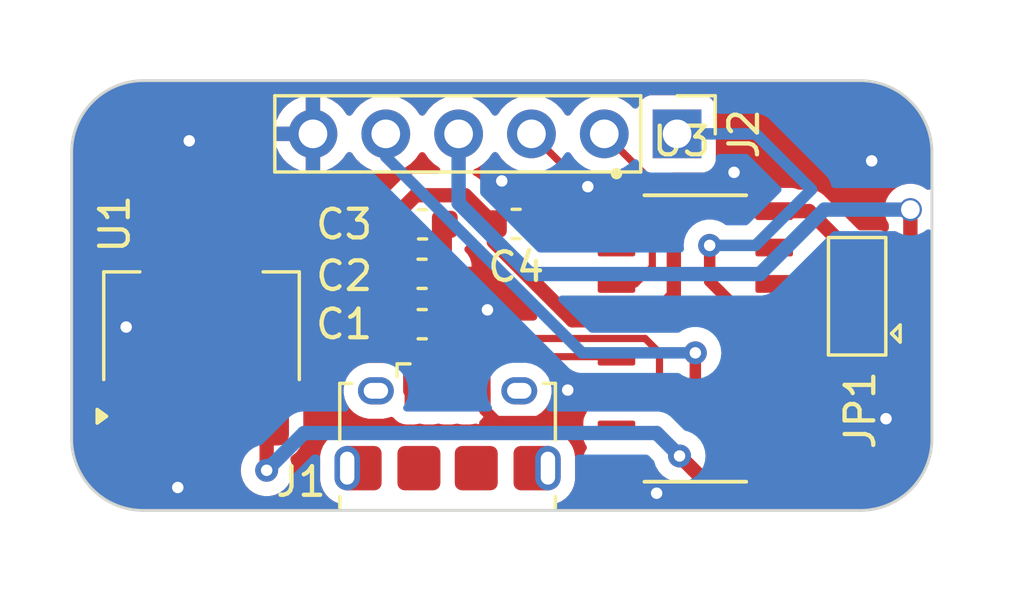
<source format=kicad_pcb>
(kicad_pcb (version 20240108) (generator "pcbnew") (generator_version "8.0")
  (layers (0 "F.Cu" signal) (31 "B.Cu" signal) (34 "B.Paste" user) (35 "F.Paste" user) (36 "B.SilkS" user "B.Silkscreen") (37 "F.SilkS" user "F.Silkscreen") (38 "B.Mask" user) (39 "F.Mask" user) (44 "Edge.Cuts" user))
  (net 0 "")
  (net 1 "GND")
  (net 2 "+5V")
  (net 3 "+3V3")
  (net 6 "D+")
  (net 7 "D-")
  (net 8 "TX-PROG")
  (net 9 "DTR")
  (net 10 "CTS")
  (net 11 "Net-(J2-Pin_4)")
  (net 12 "RX-PROG")
  (footprint "Capacitor_SMD:C_0603_1608Metric" (layer "F.Cu") (at 97.237474 62.515309)
    (property "Reference" "C3" (at -2.737474 0 0) (layer "F.SilkS"))
    (property "Value" "C")
    (fp_line (start -0.14058 -0.51) (end 0.14058 -0.51) (stroke (width 0.12)) (layer "F.SilkS"))
    (fp_line (start -0.14058 0.51) (end 0.14058 0.51) (stroke (width 0.12)) (layer "F.SilkS"))
    (pad "1" smd roundrect (at -0.775 0) (size 0.9 0.95) (layers "F.Cu" "F.Paste" "F.Mask") (net 3 "+3V3"))
    (pad "2" smd roundrect (at 0.775 0) (size 0.9 0.95) (layers "F.Cu" "F.Paste" "F.Mask") (net 1 "GND"))
  )
  (footprint "Capacitor_SMD:C_0603_1608Metric" (layer "F.Cu") (at 100.5 62.5)
    (property "Reference" "C4" (at 0 1.5 0) (layer "F.SilkS"))
    (property "Value" "C")
    (fp_line (start -0.14058 -0.51) (end 0.14058 -0.51) (stroke (width 0.12)) (layer "F.SilkS"))
    (fp_line (start -0.14058 0.51) (end 0.14058 0.51) (stroke (width 0.12)) (layer "F.SilkS"))
    (pad "1" smd roundrect (at -0.775 0) (size 0.9 0.95) (layers "F.Cu" "F.Paste" "F.Mask") (net 3 "+3V3"))
    (pad "2" smd roundrect (at 0.775 0) (size 0.9 0.95) (layers "F.Cu" "F.Paste" "F.Mask") (net 1 "GND"))
  )
  (footprint "Jumper:SolderJumper-3_P1.3mm_Bridged12_Pad1.0x1.5mm" (layer "F.Cu") (at 112.393072 65.025804 90)
    (property "Reference" "JP1" (at -3.974196 0.106928 90) (layer "F.SilkS"))
    (property "Value" "VCC_bridge")
    (fp_poly (pts (xy -0.9 -0.3) (xy -0.4 -0.3) (xy -0.4 0.3) (xy -0.9 0.3)) (fill solid) (layer "F.Cu"))
    (fp_line (start 2.05 -1) (end 2.05 1) (stroke (width 0.12)) (layer "F.SilkS"))
    (fp_line (start -2.05 -1) (end 2.05 -1) (stroke (width 0.12)) (layer "F.SilkS"))
    (fp_line (start 2.05 1) (end -2.05 1) (stroke (width 0.12)) (layer "F.SilkS"))
    (fp_line (start -2.05 1) (end -2.05 -1) (stroke (width 0.12)) (layer "F.SilkS"))
    (fp_line (start -1.3 1.2) (end -1 1.5) (stroke (width 0.12)) (layer "F.SilkS"))
    (fp_line (start -1.3 1.2) (end -1.6 1.5) (stroke (width 0.12)) (layer "F.SilkS"))
    (fp_line (start -1.6 1.5) (end -1 1.5) (stroke (width 0.12)) (layer "F.SilkS"))
    (pad "1" smd rect (at -1.3 0 90) (size 1 1.5) (layers "F.Cu" "F.Mask") (net 2 "+5V"))
    (pad "2" smd rect (at 0 0 90) (size 1 1.5) (layers "F.Cu" "F.Mask") (net 11 "Net-(J2-Pin_4)"))
    (pad "3" smd rect (at 1.3 0 90) (size 1 1.5) (layers "F.Cu" "F.Mask") (net 3 "+3V3"))
  )
  (footprint "Connector_PinHeader_2.54mm:PinHeader_1x06_P2.54mm_Vertical" (layer "F.Cu") (at 106.114405 59.356884 -90)
    (property "Reference" "J2" (at 0 -2.33 90) (layer "F.SilkS"))
    (property "Value" "Conn_01x06")
    (fp_line (start -1.33 14.03) (end 1.33 14.03) (stroke (width 0.12)) (layer "F.SilkS"))
    (fp_line (start -1.33 1.27) (end -1.33 14.03) (stroke (width 0.12)) (layer "F.SilkS"))
    (fp_line (start -1.33 1.27) (end 1.33 1.27) (stroke (width 0.12)) (layer "F.SilkS"))
    (fp_line (start 1.33 1.27) (end 1.33 14.03) (stroke (width 0.12)) (layer "F.SilkS"))
    (fp_line (start -1.33 0) (end -1.33 -1.33) (stroke (width 0.12)) (layer "F.SilkS"))
    (fp_line (start -1.33 -1.33) (end 0 -1.33) (stroke (width 0.12)) (layer "F.SilkS"))
    (pad "1" thru_hole rect (at 0 0 270) (size 1.7 1.7) (drill 1) (layers "*.Cu" "*.Mask") (net 9 "DTR"))
    (pad "2" thru_hole oval (at 0 2.54 270) (size 1.7 1.7) (drill 1) (layers "*.Cu" "*.Mask") (net 12 "RX-PROG"))
    (pad "3" thru_hole oval (at 0 5.08 270) (size 1.7 1.7) (drill 1) (layers "*.Cu" "*.Mask") (net 8 "TX-PROG"))
    (pad "4" thru_hole oval (at 0 7.62 270) (size 1.7 1.7) (drill 1) (layers "*.Cu" "*.Mask") (net 11 "Net-(J2-Pin_4)"))
    (pad "5" thru_hole oval (at 0 10.16 270) (size 1.7 1.7) (drill 1) (layers "*.Cu" "*.Mask") (net 10 "CTS"))
    (pad "6" thru_hole oval (at 0 12.7 270) (size 1.7 1.7) (drill 1) (layers "*.Cu" "*.Mask") (net 1 "GND"))
  )
  (footprint "Capacitor_SMD:C_0603_1608Metric" (layer "F.Cu") (at 97.220515 64.241958)
    (property "Reference" "C2" (at -2.716702 0.073505 0) (layer "F.SilkS"))
    (property "Value" "C")
    (fp_line (start -0.14058 -0.51) (end 0.14058 -0.51) (stroke (width 0.12)) (layer "F.SilkS"))
    (fp_line (start -0.14058 0.51) (end 0.14058 0.51) (stroke (width 0.12)) (layer "F.SilkS"))
    (pad "1" smd roundrect (at -0.775 0) (size 0.9 0.95) (layers "F.Cu" "F.Paste" "F.Mask") (net 3 "+3V3"))
    (pad "2" smd roundrect (at 0.775 0) (size 0.9 0.95) (layers "F.Cu" "F.Paste" "F.Mask") (net 1 "GND"))
  )
  (footprint "CH340C:SOIC127P600X180-16N" (layer "F.Cu") (at 106.75 66.499527)
    (property "Reference" "U3" (at -0.48 -6.885 0) (layer "F.SilkS"))
    (property "Value" "CH340C")
    (fp_line (start -1.775 -5) (end 1.775 -5) (stroke (width 0.127)) (layer "F.SilkS"))
    (fp_line (start -1.775 -5) (end 1.775 -5) (stroke (width 0.127)) (layer "F.SilkS"))
    (fp_line (start -1.775 5) (end 1.775 5) (stroke (width 0.127)) (layer "F.SilkS"))
    (fp_line (start -1.775 5) (end 1.775 5) (stroke (width 0.127)) (layer "F.SilkS"))
    (fp_circle (center -2.75 -5.755) (end -2.65 -5.755) (stroke (width 0.2)) (fill none) (layer "F.SilkS"))
    (pad "1" smd roundrect (at -2.75 -4.445) (size 1.31 0.62) (layers "F.Cu" "F.Paste" "F.Mask") (roundrect_rratio 0.125))
    (pad "2" smd roundrect (at -2.75 -3.175) (size 1.31 0.62) (layers "F.Cu" "F.Paste" "F.Mask") (roundrect_rratio 0.125) (net 8 "TX-PROG"))
    (pad "3" smd roundrect (at -2.75 -1.905) (size 1.31 0.62) (layers "F.Cu" "F.Paste" "F.Mask") (roundrect_rratio 0.125) (net 12 "RX-PROG"))
    (pad "4" smd roundrect (at -2.75 -0.635) (size 1.31 0.62) (layers "F.Cu" "F.Paste" "F.Mask") (roundrect_rratio 0.125) (net 3 "+3V3"))
    (pad "5" smd roundrect (at -2.75 0.635) (size 1.31 0.62) (layers "F.Cu" "F.Paste" "F.Mask") (roundrect_rratio 0.125) (net 6 "D+"))
    (pad "6" smd roundrect (at -2.75 1.905) (size 1.31 0.62) (layers "F.Cu" "F.Paste" "F.Mask") (roundrect_rratio 0.125) (net 7 "D-"))
    (pad "7" smd roundrect (at -2.75 3.175) (size 1.31 0.62) (layers "F.Cu" "F.Paste" "F.Mask") (roundrect_rratio 0.125))
    (pad "8" smd roundrect (at -2.75 4.445) (size 1.31 0.62) (layers "F.Cu" "F.Paste" "F.Mask") (roundrect_rratio 0.125))
    (pad "9" smd roundrect (at 2.75 4.445) (size 1.31 0.62) (layers "F.Cu" "F.Paste" "F.Mask") (roundrect_rratio 0.125) (net 10 "CTS"))
    (pad "10" smd roundrect (at 2.75 3.175) (size 1.31 0.62) (layers "F.Cu" "F.Paste" "F.Mask") (roundrect_rratio 0.125))
    (pad "11" smd roundrect (at 2.75 1.905) (size 1.31 0.62) (layers "F.Cu" "F.Paste" "F.Mask") (roundrect_rratio 0.125))
    (pad "12" smd roundrect (at 2.75 0.635) (size 1.31 0.62) (layers "F.Cu" "F.Paste" "F.Mask") (roundrect_rratio 0.125))
    (pad "13" smd roundrect (at 2.75 -0.635) (size 1.31 0.62) (layers "F.Cu" "F.Paste" "F.Mask") (roundrect_rratio 0.125) (net 9 "DTR"))
    (pad "14" smd roundrect (at 2.75 -1.905) (size 1.31 0.62) (layers "F.Cu" "F.Paste" "F.Mask") (roundrect_rratio 0.125))
    (pad "15" smd roundrect (at 2.75 -3.175) (size 1.31 0.62) (layers "F.Cu" "F.Paste" "F.Mask") (roundrect_rratio 0.125))
    (pad "16" smd roundrect (at 2.75 -4.445) (size 1.31 0.62) (layers "F.Cu" "F.Paste" "F.Mask") (roundrect_rratio 0.125) (net 3 "+3V3"))
  )
  (footprint "Package_TO_SOT_SMD:SOT-223-3_TabPin2" (layer "F.Cu") (at 89.527455 66.083753 90)
    (property "Reference" "U1" (at 3.583753 -3.027455 90) (layer "F.SilkS"))
    (property "Value" "AMS1117-3.3")
    (fp_line (start 1.91 -3.41) (end 1.91 -2.15) (stroke (width 0.12)) (layer "F.SilkS"))
    (fp_line (start -1.85 -3.41) (end 1.91 -3.41) (stroke (width 0.12)) (layer "F.SilkS"))
    (fp_line (start 1.91 3.41) (end 1.91 2.15) (stroke (width 0.12)) (layer "F.SilkS"))
    (fp_line (start -1.85 3.41) (end 1.91 3.41) (stroke (width 0.12)) (layer "F.SilkS"))
    (fp_poly (pts (xy -3.13 -3.31) (xy -3.37 -3.64) (xy -2.89 -3.64) (xy -3.13 -3.31)) (stroke (width 0.12)) (fill solid) (layer "F.SilkS"))
    (pad "1" smd roundrect (at -3.15 -2.3 90) (size 2 1.5) (layers "F.Cu" "F.Paste" "F.Mask") (net 1 "GND"))
    (pad "2" smd roundrect (at -3.15 0 90) (size 2 1.5) (layers "F.Cu" "F.Paste" "F.Mask") (net 3 "+3V3"))
    (pad "2" smd roundrect (at 3.15 0 90) (size 2 3.8) (layers "F.Cu" "F.Paste" "F.Mask") (net 3 "+3V3"))
    (pad "3" smd roundrect (at -3.15 2.3 90) (size 2 1.5) (layers "F.Cu" "F.Paste" "F.Mask") (net 2 "+5V"))
  )
  (footprint "Capacitor_SMD:C_0603_1608Metric" (layer "F.Cu") (at 97.225 66)
    (property "Reference" "C1" (at -2.725 0 0) (layer "F.SilkS"))
    (property "Value" "C")
    (fp_line (start -0.14058 -0.51) (end 0.14058 -0.51) (stroke (width 0.12)) (layer "F.SilkS"))
    (fp_line (start -0.14058 0.51) (end 0.14058 0.51) (stroke (width 0.12)) (layer "F.SilkS"))
    (pad "1" smd roundrect (at -0.775 0) (size 0.9 0.95) (layers "F.Cu" "F.Paste" "F.Mask") (net 2 "+5V"))
    (pad "2" smd roundrect (at 0.775 0) (size 0.9 0.95) (layers "F.Cu" "F.Paste" "F.Mask") (net 1 "GND"))
  )
  (footprint "Connector_USB:USB_Micro-B_Amphenol_10118194_Horizontal" (layer "F.Cu") (at 98.109385 69.724737)
    (property "Reference" "J1" (at -5.109385 1.775263 0) (layer "F.SilkS"))
    (property "Value" "USB_OTG")
    (fp_line (start -3.76 -1.66) (end -3.34 -1.66) (stroke (width 0.12)) (layer "F.SilkS"))
    (fp_line (start -3.76 0.32) (end -3.76 -1.66) (stroke (width 0.12)) (layer "F.SilkS"))
    (fp_line (start -3.76 2.69) (end -3.76 2.29) (stroke (width 0.12)) (layer "F.SilkS"))
    (fp_line (start -1.76 -1.89) (end -1.76 -2.34) (stroke (width 0.12)) (layer "F.SilkS"))
    (fp_line (start -1.31 -2.34) (end -1.76 -2.34) (stroke (width 0.12)) (layer "F.SilkS"))
    (fp_line (start 3.76 -1.66) (end 3.34 -1.66) (stroke (width 0.12)) (layer "F.SilkS"))
    (fp_line (start 3.76 0.32) (end 3.76 -1.66) (stroke (width 0.12)) (layer "F.SilkS"))
    (fp_line (start 3.76 2.29) (end 3.76 2.69) (stroke (width 0.12)) (layer "F.SilkS"))
    (pad "1" smd roundrect (at -1.3 -1.4) (size 0.4 1.35) (layers "F.Cu" "F.Paste" "F.Mask") (net 2 "+5V"))
    (pad "2" smd roundrect (at -0.65 -1.4) (size 0.4 1.35) (layers "F.Cu" "F.Paste" "F.Mask") (net 7 "D-"))
    (pad "3" smd roundrect (at 0 -1.4) (size 0.4 1.35) (layers "F.Cu" "F.Paste" "F.Mask") (net 6 "D+"))
    (pad "4" smd roundrect (at 0.65 -1.4) (size 0.4 1.35) (layers "F.Cu" "F.Paste" "F.Mask"))
    (pad "5" smd roundrect (at 1.3 -1.4) (size 0.4 1.35) (layers "F.Cu" "F.Paste" "F.Mask") (net 1 "GND"))
    (pad "6" thru_hole oval (at -3.5 1.3) (size 0.89 1.55) (drill oval 0.5 1.15) (layers "*.Cu" "*.Mask"))
    (pad "6" smd roundrect (at -3.025 1.3) (size 1.45 1.55) (layers "F.Cu" "F.Paste" "F.Mask") (roundrect_rratio 0.1724137931))
    (pad "6" thru_hole oval (at -2.5 -1.4) (size 1.25 0.95) (drill oval 0.85 0.55) (layers "*.Cu" "*.Mask"))
    (pad "6" smd roundrect (at -1 1.3) (size 1.5 1.55) (layers "F.Cu" "F.Paste" "F.Mask") (roundrect_rratio 0.1666666667))
    (pad "6" smd roundrect (at 1 1.3) (size 1.5 1.55) (layers "F.Cu" "F.Paste" "F.Mask") (roundrect_rratio 0.1666666667))
    (pad "6" thru_hole oval (at 2.5 -1.4) (size 1.25 0.95) (drill oval 0.85 0.55) (layers "*.Cu" "*.Mask"))
    (pad "6" smd roundrect (at 3.025 1.3) (size 1.45 1.55) (layers "F.Cu" "F.Paste" "F.Mask") (roundrect_rratio 0.1724137931))
    (pad "6" thru_hole oval (at 3.5 1.3) (size 0.89 1.55) (drill oval 0.5 1.15) (layers "*.Cu" "*.Mask"))
  )
  (gr_arc (start 85 60) (mid 85.732233 58.232233) (end 87.5 57.5) (stroke (width 0.1)) (layer "Edge.Cuts"))
  (gr_arc (start 87.5 72.5) (mid 85.732233 71.767767) (end 85 70) (stroke (width 0.1)) (layer "Edge.Cuts"))
  (gr_arc (start 112.5 57.5) (mid 114.267767 58.232233) (end 115 60) (stroke (width 0.1)) (layer "Edge.Cuts"))
  (gr_line (start 112.5 72.5) (end 87.5 72.5) (stroke (width 0.1)) (layer "Edge.Cuts"))
  (gr_line (start 87.5 57.5) (end 112.5 57.5) (stroke (width 0.1)) (layer "Edge.Cuts"))
  (gr_line (start 115 60) (end 115 70) (stroke (width 0.1)) (layer "Edge.Cuts"))
  (gr_line (start 85 70) (end 85 60) (stroke (width 0.1)) (layer "Edge.Cuts"))
  (gr_arc (start 115 70) (mid 114.267767 71.767767) (end 112.5 72.5) (stroke (width 0.1)) (layer "Edge.Cuts"))
  (segment (start 99.409385 68.999736) (end 99.809649 69.4) (width 0.4) (layer "F.Cu") (net 1))
  (segment (start 99.409385 68.324737) (end 99.409385 68.999736) (width 0.4) (layer "F.Cu") (net 1))
  (segment (start 102.2 69.4) (end 102.2 68.4) (width 0.4) (layer "F.Cu") (net 1))
  (segment (start 99.809649 69.4) (end 102.2 69.4) (width 0.4) (layer "F.Cu") (net 1))
  (segment (start 102.2 68.4) (end 102.3 68.3) (width 0.4) (layer "F.Cu") (net 1))
  (via (at 113.4 69.3) (size 0.8) (drill 0.4) (layers "F.Cu" "B.Cu") (net 1))
  (via (at 105.4 71.9) (size 0.8) (drill 0.4) (layers "F.Cu" "B.Cu") (net 1))
  (via (at 102.3 68.3) (size 0.8) (drill 0.4) (layers "F.Cu" "B.Cu") (net 1))
  (via (at 88.7 71.7) (size 0.8) (drill 0.4) (layers "F.Cu" "B.Cu") (net 1))
  (via (at 86.9 66.1) (size 0.8) (drill 0.4) (layers "F.Cu" "B.Cu") (net 1))
  (via (at 99.5 65.5) (size 0.8) (drill 0.4) (layers "F.Cu" "B.Cu") (net 1))
  (via (at 100 61) (size 0.8) (drill 0.4) (layers "F.Cu" "B.Cu") (net 1))
  (via (at 108.1 60.7) (size 0.8) (drill 0.4) (layers "F.Cu" "B.Cu") (net 1))
  (via (at 89.1 59.6) (size 0.8) (drill 0.4) (layers "F.Cu" "B.Cu") (net 1))
  (via (at 112.9 60.3) (size 0.8) (drill 0.4) (layers "F.Cu" "B.Cu") (net 1))
  (via (at 103 61.2) (size 0.8) (drill 0.4) (layers "F.Cu" "B.Cu") (net 1))
  (segment (start 112.393072 66.325804) (end 112.393072 70.606928) (width 0.5) (layer "F.Cu") (net 2))
  (segment (start 91.8 71.1) (end 91.8 69.261208) (width 0.5) (layer "F.Cu") (net 2))
  (segment (start 93.5 66) (end 96.45 66) (width 0.5) (layer "F.Cu") (net 2))
  (segment (start 107.6 72) (end 106.2 70.6) (width 0.5) (layer "F.Cu") (net 2))
  (segment (start 96.809385 66.359385) (end 96.45 66) (width 0.5) (layer "F.Cu") (net 2))
  (segment (start 96.809385 68.324737) (end 96.809385 66.359385) (width 0.5) (layer "F.Cu") (net 2))
  (segment (start 111 72) (end 107.6 72) (width 0.5) (layer "F.Cu") (net 2))
  (segment (start 112.393072 70.606928) (end 111 72) (width 0.5) (layer "F.Cu") (net 2))
  (segment (start 91.827455 69.233753) (end 91.827455 67.672545) (width 0.5) (layer "F.Cu") (net 2))
  (segment (start 91.827455 67.672545) (end 93.5 66) (width 0.5) (layer "F.Cu") (net 2))
  (segment (start 91.8 69.261208) (end 91.827455 69.233753) (width 0.5) (layer "F.Cu") (net 2))
  (via (at 91.8 71.1) (size 0.8) (drill 0.4) (layers "F.Cu" "B.Cu") (net 2))
  (via (at 106.2 70.6) (size 0.8) (drill 0.4) (layers "F.Cu" "B.Cu") (net 2))
  (segment (start 93.100263 69.799737) (end 91.8 71.1) (width 0.5) (layer "B.Cu") (net 2))
  (segment (start 105.399737 69.799737) (end 93.100263 69.799737) (width 0.5) (layer "B.Cu") (net 2))
  (segment (start 106.2 70.6) (end 105.399737 69.799737) (width 0.5) (layer "B.Cu") (net 2))
  (segment (start 106 65) (end 105.135473 65.864527) (width 0.5) (layer "F.Cu") (net 3))
  (segment (start 89.527455 62.933753) (end 89.527455 69.233753) (width 0.5) (layer "F.Cu") (net 3))
  (segment (start 105.135473 65.864527) (end 104 65.864527) (width 0.5) (layer "F.Cu") (net 3))
  (segment (start 96.462474 62.037526) (end 97 61.5) (width 0.5) (layer "F.Cu") (net 3))
  (segment (start 96.462474 63) (end 96.462474 64.224999) (width 0.5) (layer "F.Cu") (net 3))
  (segment (start 99.725 63.125) (end 99.725 62.5) (width 0.5) (layer "F.Cu") (net 3))
  (segment (start 96.462474 63) (end 96.396227 62.933753) (width 0.5) (layer "F.Cu") (net 3))
  (segment (start 96.462474 62.515309) (end 96.462474 62.037526) (width 0.5) (layer "F.Cu") (net 3))
  (segment (start 109.5 62.054527) (end 106.445473 62.054527) (width 0.5) (layer "F.Cu") (net 3))
  (segment (start 96.462474 62.515309) (end 96.462474 63) (width 0.5) (layer "F.Cu") (net 3))
  (segment (start 96.462474 64.224999) (end 96.445515 64.241958) (width 0.5) (layer "F.Cu") (net 3))
  (segment (start 104 65.864527) (end 102.464527 65.864527) (width 0.5) (layer "F.Cu") (net 3))
  (segment (start 97 61.5) (end 98.725 61.5) (width 0.5) (layer "F.Cu") (net 3))
  (segment (start 110.721795 62.054527) (end 109.5 62.054527) (width 0.5) (layer "F.Cu") (net 3))
  (segment (start 96.396227 62.933753) (end 89.527455 62.933753) (width 0.5) (layer "F.Cu") (net 3))
  (segment (start 106.445473 62.054527) (end 106 62.5) (width 0.5) (layer "F.Cu") (net 3))
  (segment (start 98.725 61.5) (end 99.725 62.5) (width 0.5) (layer "F.Cu") (net 3))
  (segment (start 106 62.5) (end 106 65) (width 0.5) (layer "F.Cu") (net 3))
  (segment (start 112.393072 63.725804) (end 110.721795 62.054527) (width 0.5) (layer "F.Cu") (net 3))
  (segment (start 102.464527 65.864527) (end 99.725 63.125) (width 0.5) (layer "F.Cu") (net 3))
  (segment (start 99.75 67.25) (end 99.865473 67.134527) (width 0.25) (layer "F.Cu") (net 6))
  (segment (start 99.865473 67.134527) (end 104 67.134527) (width 0.25) (layer "F.Cu") (net 6))
  (segment (start 98.109385 68.324737) (end 98.109385 67.640615) (width 0.25) (layer "F.Cu") (net 6))
  (segment (start 98.5 67.25) (end 99.75 67.25) (width 0.25) (layer "F.Cu") (net 6))
  (segment (start 98.109385 67.640615) (end 98.5 67.25) (width 0.25) (layer "F.Cu") (net 6))
  (segment (start 105.5 67) (end 105.5 68) (width 0.25) (layer "F.Cu") (net 7))
  (segment (start 105.5 68) (end 105.095473 68.404527) (width 0.25) (layer "F.Cu") (net 7))
  (segment (start 97.459385 67.290615) (end 97.95 66.8) (width 0.25) (layer "F.Cu") (net 7))
  (segment (start 99.000473 66.499527) (end 104.999527 66.499527) (width 0.25) (layer "F.Cu") (net 7))
  (segment (start 105.095473 68.404527) (end 104 68.404527) (width 0.25) (layer "F.Cu") (net 7))
  (segment (start 98.7 66.8) (end 99.000473 66.499527) (width 0.25) (layer "F.Cu") (net 7))
  (segment (start 97.95 66.8) (end 98.7 66.8) (width 0.25) (layer "F.Cu") (net 7))
  (segment (start 97.459385 68.324737) (end 97.459385 67.290615) (width 0.25) (layer "F.Cu") (net 7))
  (segment (start 104.999527 66.499527) (end 105.5 67) (width 0.25) (layer "F.Cu") (net 7))
  (segment (start 104 63.324527) (end 102.824527 63.324527) (width 0.25) (layer "F.Cu") (net 8))
  (segment (start 102.824527 63.324527) (end 102.25 62.75) (width 0.25) (layer "F.Cu") (net 8))
  (segment (start 102.25 62.75) (end 102.25 60.572479) (width 0.25) (layer "F.Cu") (net 8))
  (segment (start 102.25 60.572479) (end 101.034405 59.356884) (width 0.25) (layer "F.Cu") (net 8))
  (segment (start 107.25 64.5) (end 107.25 63.25) (width 0.4) (layer "F.Cu") (net 9))
  (segment (start 107.625 64.875) (end 108.614527 65.864527) (width 0.4) (layer "F.Cu") (net 9))
  (segment (start 107.625 64.875) (end 107.25 64.5) (width 0.4) (layer "F.Cu") (net 9))
  (segment (start 108.614527 65.864527) (end 109.5 65.864527) (width 0.4) (layer "F.Cu") (net 9))
  (via (at 107.25 63.25) (size 0.8) (drill 0.4) (layers "F.Cu" "B.Cu") (net 9))
  (segment (start 108.85 63.25) (end 110.800001 61.3) (width 0.4) (layer "B.Cu") (net 9))
  (segment (start 110.800001 61.3) (end 108.856884 59.356884) (width 0.4) (layer "B.Cu") (net 9))
  (segment (start 108.856884 59.356884) (end 106.114405 59.356884) (width 0.4) (layer "B.Cu") (net 9))
  (segment (start 107.25 63.25) (end 108.85 63.25) (width 0.4) (layer "B.Cu") (net 9))
  (segment (start 108.845001 70.944527) (end 106.75 68.849526) (width 0.4) (layer "F.Cu") (net 10))
  (segment (start 109.5 70.944527) (end 108.845001 70.944527) (width 0.4) (layer "F.Cu") (net 10))
  (segment (start 106.75 68.849526) (end 106.75 67) (width 0.4) (layer "F.Cu") (net 10))
  (via (at 106.75 67) (size 0.8) (drill 0.4) (layers "F.Cu" "B.Cu") (net 10))
  (segment (start 95.954405 60.154405) (end 95.954405 59.356884) (width 0.4) (layer "B.Cu") (net 10))
  (segment (start 102.8 67) (end 95.954405 60.154405) (width 0.4) (layer "B.Cu") (net 10))
  (segment (start 106.75 67) (end 102.8 67) (width 0.4) (layer "B.Cu") (net 10))
  (segment (start 114.224196 65.025804) (end 112.393072 65.025804) (width 0.5) (layer "F.Cu") (net 11))
  (segment (start 114.25 65) (end 114.224196 65.025804) (width 0.5) (layer "F.Cu") (net 11))
  (segment (start 114.25 62) (end 114.25 65) (width 0.5) (layer "F.Cu") (net 11))
  (via (at 114.25 62) (size 0.8) (drill 0.65) (layers "F.Cu" "B.Cu") (net 11))
  (segment (start 111.25 62) (end 114.25 62) (width 0.5) (layer "B.Cu") (net 11))
  (segment (start 98.494405 61.775167) (end 100.969238 64.25) (width 0.5) (layer "B.Cu") (net 11))
  (segment (start 109 64.25) (end 111.25 62) (width 0.5) (layer "B.Cu") (net 11))
  (segment (start 98.494405 59.356884) (end 98.494405 61.775167) (width 0.5) (layer "B.Cu") (net 11))
  (segment (start 100.969238 64.25) (end 109 64.25) (width 0.5) (layer "B.Cu") (net 11))
  (segment (start 104.655473 64.594527) (end 105.25 64) (width 0.25) (layer "F.Cu") (net 12))
  (segment (start 105.25 61.032479) (end 103.574405 59.356884) (width 0.25) (layer "F.Cu") (net 12))
  (segment (start 105.25 64) (end 105.25 61.032479) (width 0.25) (layer "F.Cu") (net 12))
  (segment (start 104 64.594527) (end 104.655473 64.594527) (width 0.25) (layer "F.Cu") (net 12))
  (zone (net 1) (net_name "GND") (layers "F&B.Cu") (connect_pads (clearance 0.5)) (min_thickness 0.25) (fill yes (thermal_gap 0.5) (thermal_bridge_width 0.5))
    (polygon (pts (xy 82.5 55) (xy 117.5 55) (xy 117.5 75) (xy 82.5 75)))
  )
)
</source>
